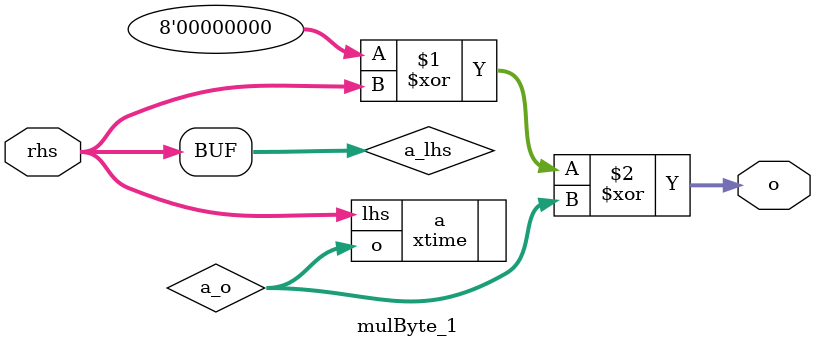
<source format=v>
`default_nettype none
`timescale 1ns/1ps
`include "Cipher_defs.vh"

module mulByte_1#(parameter [7:0] lhs = 8'h03)(
  input  wire  [7:0] rhs,
  output wire [7:0]  o
);
  `include "dfhdl_defs.vh"
  `include "Cipher_defs.vh"
  wire [7:0] a_lhs;
  wire [7:0] a_o;
  xtime a(
    .lhs /*<--*/ (a_lhs),
    .o   /*-->*/ (a_o)
  );
  assign a_lhs = rhs;
  assign o     = (8'h00 ^ rhs) ^ a_o;
endmodule

</source>
